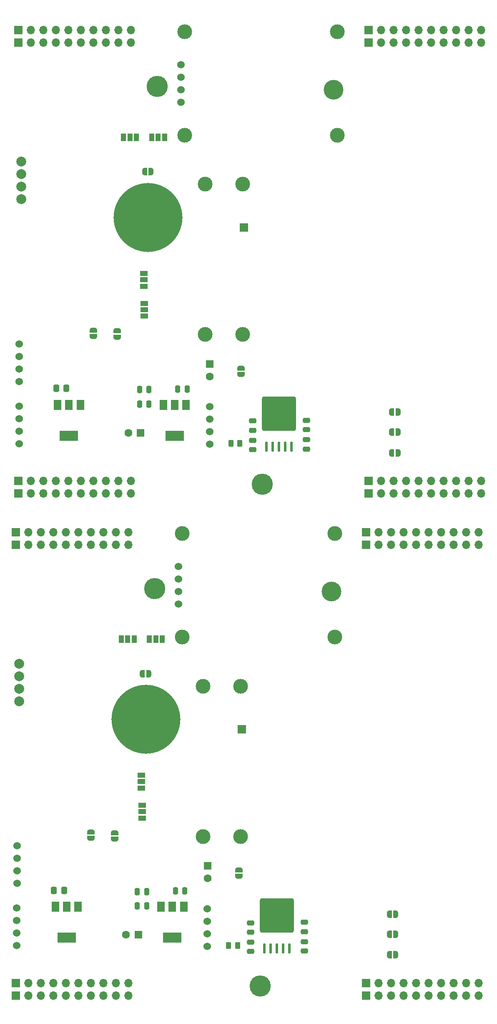
<source format=gbr>
%TF.GenerationSoftware,KiCad,Pcbnew,6.0.7-f9a2dced07~116~ubuntu20.04.1*%
%TF.CreationDate,2022-11-23T13:06:43+01:00*%
%TF.ProjectId,board,626f6172-642e-46b6-9963-61645f706362,rev?*%
%TF.SameCoordinates,Original*%
%TF.FileFunction,Soldermask,Top*%
%TF.FilePolarity,Negative*%
%FSLAX46Y46*%
G04 Gerber Fmt 4.6, Leading zero omitted, Abs format (unit mm)*
G04 Created by KiCad (PCBNEW 6.0.7-f9a2dced07~116~ubuntu20.04.1) date 2022-11-23 13:06:43*
%MOMM*%
%LPD*%
G01*
G04 APERTURE LIST*
G04 Aperture macros list*
%AMRoundRect*
0 Rectangle with rounded corners*
0 $1 Rounding radius*
0 $2 $3 $4 $5 $6 $7 $8 $9 X,Y pos of 4 corners*
0 Add a 4 corners polygon primitive as box body*
4,1,4,$2,$3,$4,$5,$6,$7,$8,$9,$2,$3,0*
0 Add four circle primitives for the rounded corners*
1,1,$1+$1,$2,$3*
1,1,$1+$1,$4,$5*
1,1,$1+$1,$6,$7*
1,1,$1+$1,$8,$9*
0 Add four rect primitives between the rounded corners*
20,1,$1+$1,$2,$3,$4,$5,0*
20,1,$1+$1,$4,$5,$6,$7,0*
20,1,$1+$1,$6,$7,$8,$9,0*
20,1,$1+$1,$8,$9,$2,$3,0*%
%AMFreePoly0*
4,1,22,0.500000,-0.750000,0.000000,-0.750000,0.000000,-0.745033,-0.079941,-0.743568,-0.215256,-0.701293,-0.333266,-0.622738,-0.424486,-0.514219,-0.481581,-0.384460,-0.499164,-0.250000,-0.500000,-0.250000,-0.500000,0.250000,-0.499164,0.250000,-0.499963,0.256109,-0.478152,0.396186,-0.417904,0.524511,-0.324060,0.630769,-0.204165,0.706417,-0.067858,0.745374,0.000000,0.744959,0.000000,0.750000,
0.500000,0.750000,0.500000,-0.750000,0.500000,-0.750000,$1*%
%AMFreePoly1*
4,1,20,0.000000,0.744959,0.073905,0.744508,0.209726,0.703889,0.328688,0.626782,0.421226,0.519385,0.479903,0.390333,0.500000,0.250000,0.500000,-0.250000,0.499851,-0.262216,0.476331,-0.402017,0.414519,-0.529596,0.319384,-0.634700,0.198574,-0.708877,0.061801,-0.746166,0.000000,-0.745033,0.000000,-0.750000,-0.500000,-0.750000,-0.500000,0.750000,0.000000,0.750000,0.000000,0.744959,
0.000000,0.744959,$1*%
G04 Aperture macros list end*
%ADD10R,1.700000X1.700000*%
%ADD11O,1.700000X1.700000*%
%ADD12FreePoly0,0.000000*%
%ADD13FreePoly1,0.000000*%
%ADD14RoundRect,0.250000X-0.337500X-0.475000X0.337500X-0.475000X0.337500X0.475000X-0.337500X0.475000X0*%
%ADD15FreePoly1,270.000000*%
%ADD16FreePoly0,270.000000*%
%ADD17R,1.000000X1.500000*%
%ADD18C,1.600000*%
%ADD19R,1.600000X1.600000*%
%ADD20C,1.524000*%
%ADD21R,3.800000X2.000000*%
%ADD22R,1.500000X2.000000*%
%ADD23C,3.000000*%
%ADD24RoundRect,0.500000X3.000000X3.000000X-3.000000X3.000000X-3.000000X-3.000000X3.000000X-3.000000X0*%
%ADD25RoundRect,0.125000X0.125000X0.875000X-0.125000X0.875000X-0.125000X-0.875000X0.125000X-0.875000X0*%
%ADD26RoundRect,0.250000X-0.475000X0.250000X-0.475000X-0.250000X0.475000X-0.250000X0.475000X0.250000X0*%
%ADD27RoundRect,0.250000X0.250000X0.475000X-0.250000X0.475000X-0.250000X-0.475000X0.250000X-0.475000X0*%
%ADD28R,1.500000X1.000000*%
%ADD29RoundRect,0.250000X-0.250000X-0.475000X0.250000X-0.475000X0.250000X0.475000X-0.250000X0.475000X0*%
%ADD30C,2.000000*%
%ADD31RoundRect,0.250000X0.262500X0.450000X-0.262500X0.450000X-0.262500X-0.450000X0.262500X-0.450000X0*%
%ADD32RoundRect,0.250000X0.475000X-0.250000X0.475000X0.250000X-0.475000X0.250000X-0.475000X-0.250000X0*%
%ADD33C,4.300000*%
%ADD34C,4.000000*%
%ADD35C,14.000000*%
G04 APERTURE END LIST*
D10*
%TO.C,J18*%
X219202000Y-222504000D03*
D11*
X221742000Y-222504000D03*
X224282000Y-222504000D03*
X226822000Y-222504000D03*
X229362000Y-222504000D03*
X231902000Y-222504000D03*
X234442000Y-222504000D03*
X236982000Y-222504000D03*
X239522000Y-222504000D03*
X242062000Y-222504000D03*
%TD*%
D12*
%TO.C,JP4*%
X173721000Y-159766000D03*
D13*
X175021000Y-159766000D03*
%TD*%
D14*
%TO.C,C3*%
X155786000Y-203708000D03*
X157861000Y-203708000D03*
%TD*%
D15*
%TO.C,JP7*%
X193799500Y-99087500D03*
D16*
X193799500Y-97787500D03*
%TD*%
D17*
%TO.C,JP8*%
X169929500Y-51027500D03*
X171229500Y-51027500D03*
X172529500Y-51027500D03*
%TD*%
%TO.C,JP8*%
X172066000Y-152820000D03*
X170766000Y-152820000D03*
X169466000Y-152820000D03*
%TD*%
D11*
%TO.C,J19*%
X171405500Y-120711500D03*
X168865500Y-120711500D03*
X166325500Y-120711500D03*
X163785500Y-120711500D03*
X161245500Y-120711500D03*
X158705500Y-120711500D03*
X156165500Y-120711500D03*
X153625500Y-120711500D03*
X151085500Y-120711500D03*
D10*
X148545500Y-120711500D03*
%TD*%
D18*
%TO.C,C5*%
X187419500Y-99492388D03*
D19*
X187419500Y-96992388D03*
%TD*%
D14*
%TO.C,C3*%
X158324500Y-101915500D03*
X156249500Y-101915500D03*
%TD*%
D20*
%TO.C,U24*%
X148759500Y-92930500D03*
X148759500Y-95470500D03*
X148759500Y-98010500D03*
X148759500Y-100550500D03*
%TD*%
D10*
%TO.C,J26*%
X194392500Y-69276500D03*
%TD*%
D21*
%TO.C,U15*%
X180295500Y-111542500D03*
D22*
X177995500Y-105242500D03*
X180295500Y-105242500D03*
X182595500Y-105242500D03*
%TD*%
D20*
%TO.C,U25*%
X187409500Y-105640500D03*
X187409500Y-108180500D03*
X187409500Y-110720500D03*
X187409500Y-113260500D03*
%TD*%
D11*
%TO.C,J17*%
X171405500Y-31811500D03*
X168865500Y-31811500D03*
X166325500Y-31811500D03*
X163785500Y-31811500D03*
X161245500Y-31811500D03*
X158705500Y-31811500D03*
X156165500Y-31811500D03*
X153625500Y-31811500D03*
X151085500Y-31811500D03*
D10*
X148545500Y-31811500D03*
%TD*%
D23*
%TO.C,U5*%
X194138500Y-90993500D03*
X186518500Y-90993500D03*
X186518500Y-60513500D03*
X194138500Y-60513500D03*
%TD*%
D24*
%TO.C,U6*%
X201504500Y-107028500D03*
D25*
X204044500Y-113759500D03*
X202774500Y-113748389D03*
X201501166Y-113748389D03*
X200234500Y-113759500D03*
X198964500Y-113759500D03*
%TD*%
D26*
%TO.C,C12*%
X207092500Y-114234500D03*
X207092500Y-112334500D03*
%TD*%
D18*
%TO.C,C20*%
X170872613Y-110932500D03*
D19*
X173372613Y-110932500D03*
%TD*%
D11*
%TO.C,J9*%
X242525500Y-29271500D03*
X239985500Y-29271500D03*
X237445500Y-29271500D03*
X234905500Y-29271500D03*
X232365500Y-29271500D03*
X229825500Y-29271500D03*
X227285500Y-29271500D03*
X224745500Y-29271500D03*
X222205500Y-29271500D03*
D10*
X219665500Y-29271500D03*
%TD*%
D11*
%TO.C,J18*%
X242525500Y-120711500D03*
X239985500Y-120711500D03*
X237445500Y-120711500D03*
X234905500Y-120711500D03*
X232365500Y-120711500D03*
X229825500Y-120711500D03*
X227285500Y-120711500D03*
X224745500Y-120711500D03*
X222205500Y-120711500D03*
D10*
X219665500Y-120711500D03*
%TD*%
D15*
%TO.C,JP12*%
X168611500Y-91531500D03*
D16*
X168611500Y-90231500D03*
%TD*%
D27*
%TO.C,C19*%
X173188500Y-105090500D03*
X175088500Y-105090500D03*
%TD*%
D28*
%TO.C,JP17*%
X173546000Y-182990000D03*
X173546000Y-181690000D03*
X173546000Y-180390000D03*
%TD*%
%TO.C,JP18*%
X174149500Y-84687500D03*
X174149500Y-85987500D03*
X174149500Y-87287500D03*
%TD*%
D17*
%TO.C,JP9*%
X175639500Y-51000000D03*
X176939500Y-51000000D03*
X178239500Y-51000000D03*
%TD*%
D29*
%TO.C,C16*%
X182830500Y-102042500D03*
X180930500Y-102042500D03*
%TD*%
D27*
%TO.C,C18*%
X173188500Y-102169500D03*
X175088500Y-102169500D03*
%TD*%
D10*
%TO.C,J16*%
X219202000Y-133604000D03*
D11*
X221742000Y-133604000D03*
X224282000Y-133604000D03*
X226822000Y-133604000D03*
X229362000Y-133604000D03*
X231902000Y-133604000D03*
X234442000Y-133604000D03*
X236982000Y-133604000D03*
X239522000Y-133604000D03*
X242062000Y-133604000D03*
%TD*%
D30*
%TO.C,U4*%
X148717000Y-157734000D03*
X148717000Y-160274000D03*
X148717000Y-162814000D03*
X148717000Y-165354000D03*
%TD*%
D20*
%TO.C,U24*%
X148296000Y-202343000D03*
X148296000Y-199803000D03*
X148296000Y-197263000D03*
X148296000Y-194723000D03*
%TD*%
D10*
%TO.C,J17*%
X148082000Y-133604000D03*
D11*
X150622000Y-133604000D03*
X153162000Y-133604000D03*
X155702000Y-133604000D03*
X158242000Y-133604000D03*
X160782000Y-133604000D03*
X163322000Y-133604000D03*
X165862000Y-133604000D03*
X168402000Y-133604000D03*
X170942000Y-133604000D03*
%TD*%
D29*
%TO.C,C16*%
X180467000Y-203835000D03*
X182367000Y-203835000D03*
%TD*%
D28*
%TO.C,JP17*%
X174009500Y-78597500D03*
X174009500Y-79897500D03*
X174009500Y-81197500D03*
%TD*%
D11*
%TO.C,J11*%
X242525500Y-123251500D03*
X239985500Y-123251500D03*
X237445500Y-123251500D03*
X234905500Y-123251500D03*
X232365500Y-123251500D03*
X229825500Y-123251500D03*
X227285500Y-123251500D03*
X224745500Y-123251500D03*
X222205500Y-123251500D03*
D10*
X219665500Y-123251500D03*
%TD*%
D31*
%TO.C,R17*%
X191725500Y-113091500D03*
X193550500Y-113091500D03*
%TD*%
D32*
%TO.C,C13*%
X207092500Y-108397500D03*
X207092500Y-110297500D03*
%TD*%
D33*
%TO.C,H5*%
X176739500Y-40701500D03*
%TD*%
D11*
%TO.C,J10*%
X171405500Y-29271500D03*
X168865500Y-29271500D03*
X166325500Y-29271500D03*
X163785500Y-29271500D03*
X161245500Y-29271500D03*
X158705500Y-29271500D03*
X156165500Y-29271500D03*
X153625500Y-29271500D03*
X151085500Y-29271500D03*
D10*
X148545500Y-29271500D03*
%TD*%
D13*
%TO.C,JP6*%
X225649500Y-114996500D03*
D12*
X224349500Y-114996500D03*
%TD*%
D15*
%TO.C,JP5*%
X163785500Y-91404500D03*
D16*
X163785500Y-90104500D03*
%TD*%
D10*
%TO.C,J11*%
X219202000Y-225044000D03*
D11*
X221742000Y-225044000D03*
X224282000Y-225044000D03*
X226822000Y-225044000D03*
X229362000Y-225044000D03*
X231902000Y-225044000D03*
X234442000Y-225044000D03*
X236982000Y-225044000D03*
X239522000Y-225044000D03*
X242062000Y-225044000D03*
%TD*%
D13*
%TO.C,JP4*%
X175484500Y-57973500D03*
D12*
X174184500Y-57973500D03*
%TD*%
D11*
%TO.C,J12*%
X171405500Y-123251500D03*
X168865500Y-123251500D03*
X166325500Y-123251500D03*
X163785500Y-123251500D03*
X161245500Y-123251500D03*
X158705500Y-123251500D03*
X156165500Y-123251500D03*
X153625500Y-123251500D03*
X151085500Y-123251500D03*
D10*
X148545500Y-123251500D03*
%TD*%
D32*
%TO.C,C10*%
X196170500Y-108524500D03*
X196170500Y-110424500D03*
%TD*%
D21*
%TO.C,U22*%
X158832500Y-111542500D03*
D22*
X156532500Y-105242500D03*
X158832500Y-105242500D03*
X161132500Y-105242500D03*
%TD*%
D13*
%TO.C,JP10*%
X225664500Y-110805500D03*
D12*
X224364500Y-110805500D03*
%TD*%
D20*
%TO.C,U23*%
X148705500Y-105551500D03*
X148705500Y-108091500D03*
X148705500Y-110631500D03*
X148705500Y-113171500D03*
%TD*%
%TO.C,U14*%
X181565500Y-43876500D03*
X181565500Y-41336500D03*
X181565500Y-38796500D03*
X181565500Y-36256500D03*
D23*
X213315500Y-50566500D03*
D34*
X212565500Y-41316500D03*
D23*
X182315500Y-29566500D03*
X182315500Y-50566500D03*
X213315500Y-29566500D03*
%TD*%
D11*
%TO.C,J16*%
X242525500Y-31811500D03*
X239985500Y-31811500D03*
X237445500Y-31811500D03*
X234905500Y-31811500D03*
X232365500Y-31811500D03*
X229825500Y-31811500D03*
X227285500Y-31811500D03*
X224745500Y-31811500D03*
X222205500Y-31811500D03*
D10*
X219665500Y-31811500D03*
%TD*%
D13*
%TO.C,JP11*%
X225664500Y-106741500D03*
D12*
X224364500Y-106741500D03*
%TD*%
D35*
%TO.C,H8*%
X174910700Y-67269900D03*
%TD*%
D33*
%TO.C,H6*%
X198109500Y-121367500D03*
%TD*%
D30*
%TO.C,U4*%
X149180500Y-63561500D03*
X149180500Y-61021500D03*
X149180500Y-58481500D03*
X149180500Y-55941500D03*
%TD*%
D10*
%TO.C,J12*%
X148082000Y-225044000D03*
D11*
X150622000Y-225044000D03*
X153162000Y-225044000D03*
X155702000Y-225044000D03*
X158242000Y-225044000D03*
X160782000Y-225044000D03*
X163322000Y-225044000D03*
X165862000Y-225044000D03*
X168402000Y-225044000D03*
X170942000Y-225044000D03*
%TD*%
D26*
%TO.C,C11*%
X196170500Y-114356500D03*
X196170500Y-112456500D03*
%TD*%
D20*
%TO.C,U25*%
X186946000Y-215053000D03*
X186946000Y-212513000D03*
X186946000Y-209973000D03*
X186946000Y-207433000D03*
%TD*%
D33*
%TO.C,H6*%
X197646000Y-223160000D03*
%TD*%
D22*
%TO.C,U15*%
X182132000Y-207035000D03*
X179832000Y-207035000D03*
X177532000Y-207035000D03*
D21*
X179832000Y-213335000D03*
%TD*%
D10*
%TO.C,J10*%
X148082000Y-131064000D03*
D11*
X150622000Y-131064000D03*
X153162000Y-131064000D03*
X155702000Y-131064000D03*
X158242000Y-131064000D03*
X160782000Y-131064000D03*
X163322000Y-131064000D03*
X165862000Y-131064000D03*
X168402000Y-131064000D03*
X170942000Y-131064000D03*
%TD*%
D16*
%TO.C,JP5*%
X163322000Y-191897000D03*
D15*
X163322000Y-193197000D03*
%TD*%
D10*
%TO.C,J9*%
X219202000Y-131064000D03*
D11*
X221742000Y-131064000D03*
X224282000Y-131064000D03*
X226822000Y-131064000D03*
X229362000Y-131064000D03*
X231902000Y-131064000D03*
X234442000Y-131064000D03*
X236982000Y-131064000D03*
X239522000Y-131064000D03*
X242062000Y-131064000D03*
%TD*%
D32*
%TO.C,C13*%
X206629000Y-212090000D03*
X206629000Y-210190000D03*
%TD*%
D23*
%TO.C,U14*%
X181852000Y-152359000D03*
X212852000Y-152359000D03*
X181852000Y-131359000D03*
X212852000Y-131359000D03*
D34*
X212102000Y-143109000D03*
D20*
X181102000Y-138049000D03*
X181102000Y-140589000D03*
X181102000Y-143129000D03*
X181102000Y-145669000D03*
%TD*%
D33*
%TO.C,H5*%
X176276000Y-142494000D03*
%TD*%
D17*
%TO.C,JP9*%
X177776000Y-152792500D03*
X176476000Y-152792500D03*
X175176000Y-152792500D03*
%TD*%
D12*
%TO.C,JP6*%
X223886000Y-216789000D03*
D13*
X225186000Y-216789000D03*
%TD*%
D26*
%TO.C,C11*%
X195707000Y-214249000D03*
X195707000Y-216149000D03*
%TD*%
D32*
%TO.C,C10*%
X195707000Y-212217000D03*
X195707000Y-210317000D03*
%TD*%
D12*
%TO.C,JP10*%
X223901000Y-212598000D03*
D13*
X225201000Y-212598000D03*
%TD*%
D35*
%TO.C,H8*%
X174447200Y-169062400D03*
%TD*%
D25*
%TO.C,U6*%
X198501000Y-215552000D03*
X199771000Y-215552000D03*
X201037666Y-215540889D03*
X202311000Y-215540889D03*
X203581000Y-215552000D03*
D24*
X201041000Y-208821000D03*
%TD*%
D27*
%TO.C,C19*%
X174625000Y-206883000D03*
X172725000Y-206883000D03*
%TD*%
D10*
%TO.C,J19*%
X148082000Y-222504000D03*
D11*
X150622000Y-222504000D03*
X153162000Y-222504000D03*
X155702000Y-222504000D03*
X158242000Y-222504000D03*
X160782000Y-222504000D03*
X163322000Y-222504000D03*
X165862000Y-222504000D03*
X168402000Y-222504000D03*
X170942000Y-222504000D03*
%TD*%
D31*
%TO.C,R17*%
X193087000Y-214884000D03*
X191262000Y-214884000D03*
%TD*%
D16*
%TO.C,JP7*%
X193336000Y-199580000D03*
D15*
X193336000Y-200880000D03*
%TD*%
D27*
%TO.C,C18*%
X174625000Y-203962000D03*
X172725000Y-203962000D03*
%TD*%
D28*
%TO.C,JP18*%
X173686000Y-189080000D03*
X173686000Y-187780000D03*
X173686000Y-186480000D03*
%TD*%
D19*
%TO.C,C20*%
X172909113Y-212725000D03*
D18*
X170409113Y-212725000D03*
%TD*%
D19*
%TO.C,C5*%
X186956000Y-198784888D03*
D18*
X186956000Y-201284888D03*
%TD*%
D16*
%TO.C,JP12*%
X168148000Y-192024000D03*
D15*
X168148000Y-193324000D03*
%TD*%
D23*
%TO.C,U5*%
X193675000Y-162306000D03*
X186055000Y-162306000D03*
X186055000Y-192786000D03*
X193675000Y-192786000D03*
%TD*%
D12*
%TO.C,JP11*%
X223901000Y-208534000D03*
D13*
X225201000Y-208534000D03*
%TD*%
D20*
%TO.C,U23*%
X148242000Y-214964000D03*
X148242000Y-212424000D03*
X148242000Y-209884000D03*
X148242000Y-207344000D03*
%TD*%
D26*
%TO.C,C12*%
X206629000Y-214127000D03*
X206629000Y-216027000D03*
%TD*%
D22*
%TO.C,U22*%
X160669000Y-207035000D03*
X158369000Y-207035000D03*
X156069000Y-207035000D03*
D21*
X158369000Y-213335000D03*
%TD*%
D10*
%TO.C,J26*%
X193929000Y-171069000D03*
%TD*%
M02*

</source>
